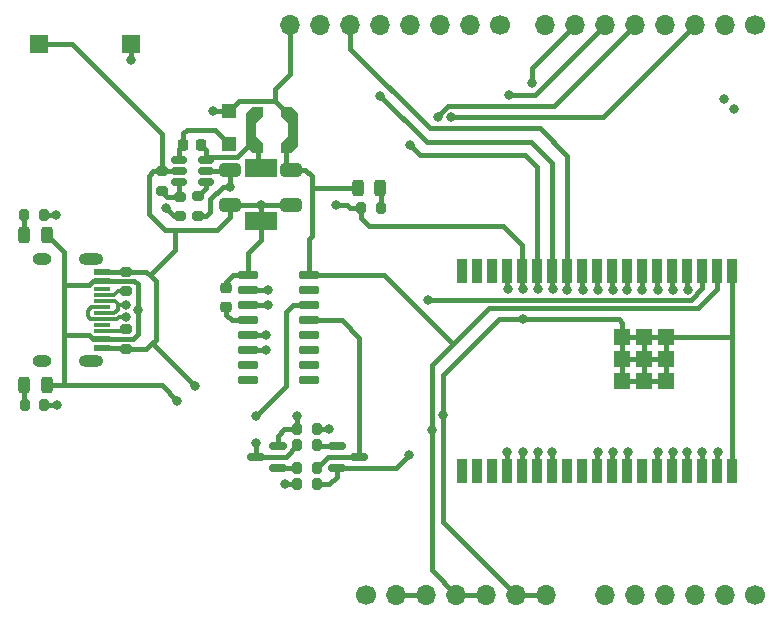
<source format=gbr>
%TF.GenerationSoftware,KiCad,Pcbnew,8.0.5*%
%TF.CreationDate,2024-12-12T18:20:32+01:00*%
%TF.ProjectId,Arduino_ESP,41726475-696e-46f5-9f45-53502e6b6963,rev?*%
%TF.SameCoordinates,Original*%
%TF.FileFunction,Copper,L1,Top*%
%TF.FilePolarity,Positive*%
%FSLAX46Y46*%
G04 Gerber Fmt 4.6, Leading zero omitted, Abs format (unit mm)*
G04 Created by KiCad (PCBNEW 8.0.5) date 2024-12-12 18:20:32*
%MOMM*%
%LPD*%
G01*
G04 APERTURE LIST*
G04 Aperture macros list*
%AMRoundRect*
0 Rectangle with rounded corners*
0 $1 Rounding radius*
0 $2 $3 $4 $5 $6 $7 $8 $9 X,Y pos of 4 corners*
0 Add a 4 corners polygon primitive as box body*
4,1,4,$2,$3,$4,$5,$6,$7,$8,$9,$2,$3,0*
0 Add four circle primitives for the rounded corners*
1,1,$1+$1,$2,$3*
1,1,$1+$1,$4,$5*
1,1,$1+$1,$6,$7*
1,1,$1+$1,$8,$9*
0 Add four rect primitives between the rounded corners*
20,1,$1+$1,$2,$3,$4,$5,0*
20,1,$1+$1,$4,$5,$6,$7,0*
20,1,$1+$1,$6,$7,$8,$9,0*
20,1,$1+$1,$8,$9,$2,$3,0*%
%AMFreePoly0*
4,1,11,1.015000,1.170000,0.435000,0.575000,0.435000,-0.575000,1.015000,-1.170000,1.015000,-1.945000,0.125000,-1.945000,-0.435000,-1.395000,-0.435000,1.395000,0.125000,1.945000,1.015000,1.945000,1.015000,1.170000,1.015000,1.170000,$1*%
%AMFreePoly1*
4,1,11,0.435000,1.395000,0.435000,-1.395000,-0.125000,-1.945000,-1.015000,-1.945000,-1.015000,-1.170000,-0.435000,-0.575000,-0.435000,0.575000,-1.015000,1.170000,-1.015000,1.945000,-0.125000,1.945000,0.435000,1.395000,0.435000,1.395000,$1*%
G04 Aperture macros list end*
%TA.AperFunction,SMDPad,CuDef*%
%ADD10RoundRect,0.250000X-0.650000X0.325000X-0.650000X-0.325000X0.650000X-0.325000X0.650000X0.325000X0*%
%TD*%
%TA.AperFunction,SMDPad,CuDef*%
%ADD11RoundRect,0.150000X0.587500X0.150000X-0.587500X0.150000X-0.587500X-0.150000X0.587500X-0.150000X0*%
%TD*%
%TA.AperFunction,SMDPad,CuDef*%
%ADD12R,1.500000X1.500000*%
%TD*%
%TA.AperFunction,SMDPad,CuDef*%
%ADD13RoundRect,0.200000X-0.200000X-0.275000X0.200000X-0.275000X0.200000X0.275000X-0.200000X0.275000X0*%
%TD*%
%TA.AperFunction,ComponentPad*%
%ADD14C,1.700000*%
%TD*%
%TA.AperFunction,ComponentPad*%
%ADD15O,1.700000X1.700000*%
%TD*%
%TA.AperFunction,SMDPad,CuDef*%
%ADD16RoundRect,0.150000X-0.725000X-0.150000X0.725000X-0.150000X0.725000X0.150000X-0.725000X0.150000X0*%
%TD*%
%TA.AperFunction,SMDPad,CuDef*%
%ADD17RoundRect,0.200000X0.200000X0.275000X-0.200000X0.275000X-0.200000X-0.275000X0.200000X-0.275000X0*%
%TD*%
%TA.AperFunction,SMDPad,CuDef*%
%ADD18FreePoly0,0.000000*%
%TD*%
%TA.AperFunction,SMDPad,CuDef*%
%ADD19FreePoly1,0.000000*%
%TD*%
%TA.AperFunction,SMDPad,CuDef*%
%ADD20RoundRect,0.243750X0.243750X0.456250X-0.243750X0.456250X-0.243750X-0.456250X0.243750X-0.456250X0*%
%TD*%
%TA.AperFunction,SMDPad,CuDef*%
%ADD21RoundRect,0.243750X-0.243750X-0.456250X0.243750X-0.456250X0.243750X0.456250X-0.243750X0.456250X0*%
%TD*%
%TA.AperFunction,SMDPad,CuDef*%
%ADD22RoundRect,0.225000X0.250000X-0.225000X0.250000X0.225000X-0.250000X0.225000X-0.250000X-0.225000X0*%
%TD*%
%TA.AperFunction,SMDPad,CuDef*%
%ADD23RoundRect,0.150000X-0.587500X-0.150000X0.587500X-0.150000X0.587500X0.150000X-0.587500X0.150000X0*%
%TD*%
%TA.AperFunction,SMDPad,CuDef*%
%ADD24R,0.900000X2.000000*%
%TD*%
%TA.AperFunction,SMDPad,CuDef*%
%ADD25R,1.330000X1.330000*%
%TD*%
%TA.AperFunction,SMDPad,CuDef*%
%ADD26RoundRect,0.200000X0.275000X-0.200000X0.275000X0.200000X-0.275000X0.200000X-0.275000X-0.200000X0*%
%TD*%
%TA.AperFunction,SMDPad,CuDef*%
%ADD27R,1.450000X0.600000*%
%TD*%
%TA.AperFunction,SMDPad,CuDef*%
%ADD28R,1.450000X0.300000*%
%TD*%
%TA.AperFunction,ComponentPad*%
%ADD29O,2.100000X1.000000*%
%TD*%
%TA.AperFunction,ComponentPad*%
%ADD30O,1.600000X1.000000*%
%TD*%
%TA.AperFunction,SMDPad,CuDef*%
%ADD31RoundRect,0.200000X-0.275000X0.200000X-0.275000X-0.200000X0.275000X-0.200000X0.275000X0.200000X0*%
%TD*%
%TA.AperFunction,SMDPad,CuDef*%
%ADD32R,2.700000X1.500000*%
%TD*%
%TA.AperFunction,SMDPad,CuDef*%
%ADD33RoundRect,0.225000X-0.225000X-0.250000X0.225000X-0.250000X0.225000X0.250000X-0.225000X0.250000X0*%
%TD*%
%TA.AperFunction,SMDPad,CuDef*%
%ADD34RoundRect,0.150000X-0.512500X-0.150000X0.512500X-0.150000X0.512500X0.150000X-0.512500X0.150000X0*%
%TD*%
%TA.AperFunction,SMDPad,CuDef*%
%ADD35R,1.200000X1.200000*%
%TD*%
%TA.AperFunction,ViaPad*%
%ADD36C,0.800000*%
%TD*%
%TA.AperFunction,Conductor*%
%ADD37C,0.400000*%
%TD*%
%TA.AperFunction,Conductor*%
%ADD38C,0.300000*%
%TD*%
G04 APERTURE END LIST*
D10*
%TO.P,C2,1*%
%TO.N,+5V*%
X136601200Y-75131400D03*
%TO.P,C2,2*%
%TO.N,GND*%
X136601200Y-78081400D03*
%TD*%
D11*
%TO.P,IC2,1*%
%TO.N,Net-(IC2-Pad1)*%
X140652000Y-100340200D03*
%TO.P,IC2,2*%
%TO.N,RESET*%
X140652000Y-98440200D03*
%TO.P,IC2,3*%
%TO.N,RTS*%
X138777000Y-99390200D03*
%TD*%
D12*
%TO.P,SW1,1,1*%
%TO.N,RESET*%
X128207600Y-64414400D03*
%TO.P,SW1,2,2*%
%TO.N,GND*%
X120407600Y-64414400D03*
%TD*%
D13*
%TO.P,R10,1*%
%TO.N,Net-(D1-K)*%
X119215400Y-94996000D03*
%TO.P,R10,2*%
%TO.N,TX*%
X120865400Y-94996000D03*
%TD*%
D14*
%TO.P,J1,1,Pin_1*%
%TO.N,RX*%
X181100000Y-62800000D03*
D15*
%TO.P,J1,2,Pin_2*%
%TO.N,TX*%
X178560000Y-62800000D03*
%TO.P,J1,3,Pin_3*%
%TO.N,IO4*%
X176020000Y-62800000D03*
%TO.P,J1,4,Pin_4*%
%TO.N,IO13*%
X173480000Y-62800000D03*
%TO.P,J1,5,Pin_5*%
%TO.N,IO15*%
X170940000Y-62800000D03*
%TO.P,J1,6,Pin_6*%
%TO.N,IO18*%
X168400000Y-62800000D03*
%TO.P,J1,7,Pin_7*%
%TO.N,IO19*%
X165860000Y-62800000D03*
%TO.P,J1,8,Pin_8*%
%TO.N,IO21*%
X163320000Y-62800000D03*
%TD*%
D16*
%TO.P,U1,1,GND*%
%TO.N,GND*%
X138106000Y-84023200D03*
%TO.P,U1,2,TXD*%
%TO.N,TX*%
X138106000Y-85293200D03*
%TO.P,U1,3,RXD*%
%TO.N,RX*%
X138106000Y-86563200D03*
%TO.P,U1,4,V3*%
%TO.N,Net-(U1-V3)*%
X138106000Y-87833200D03*
%TO.P,U1,5,UD+*%
%TO.N,D+*%
X138106000Y-89103200D03*
%TO.P,U1,6,UD-*%
%TO.N,D-*%
X138106000Y-90373200D03*
%TO.P,U1,7,NC*%
%TO.N,unconnected-(U1-NC-Pad7)*%
X138106000Y-91643200D03*
%TO.P,U1,8,NC*%
%TO.N,unconnected-(U1-NC-Pad8)*%
X138106000Y-92913200D03*
%TO.P,U1,9,CTS#*%
%TO.N,unconnected-(U1-CTS#-Pad9)*%
X143256000Y-92913200D03*
%TO.P,U1,10,DSR#*%
%TO.N,unconnected-(U1-DSR#-Pad10)*%
X143256000Y-91643200D03*
%TO.P,U1,11,RI#*%
%TO.N,unconnected-(U1-RI#-Pad11)*%
X143256000Y-90373200D03*
%TO.P,U1,12,DCD#*%
%TO.N,unconnected-(U1-DCD#-Pad12)*%
X143256000Y-89103200D03*
%TO.P,U1,13,DTR#*%
%TO.N,DTR*%
X143256000Y-87833200D03*
%TO.P,U1,14,RTS#*%
%TO.N,RTS*%
X143256000Y-86563200D03*
%TO.P,U1,15,R232*%
%TO.N,unconnected-(U1-R232-Pad15)*%
X143256000Y-85293200D03*
%TO.P,U1,16,VCC*%
%TO.N,+3.3V*%
X143256000Y-84023200D03*
%TD*%
D17*
%TO.P,R5,1*%
%TO.N,DTR*%
X143966200Y-100355400D03*
%TO.P,R5,2*%
%TO.N,Net-(IC2-Pad1)*%
X142316200Y-100355400D03*
%TD*%
D14*
%TO.P,J2,1,Pin_1*%
%TO.N,IO22*%
X159500000Y-62800000D03*
D15*
%TO.P,J2,2,Pin_2*%
%TO.N,IO23*%
X156960000Y-62800000D03*
%TO.P,J2,3,Pin_3*%
%TO.N,IO5*%
X154420000Y-62800000D03*
%TO.P,J2,4,Pin_4*%
%TO.N,IO12*%
X151880000Y-62800000D03*
%TO.P,J2,5,Pin_5*%
%TO.N,IO14*%
X149340000Y-62800000D03*
%TO.P,J2,6,Pin_6*%
%TO.N,IO27*%
X146800000Y-62800000D03*
%TO.P,J2,7,Pin_7*%
%TO.N,GND*%
X144260000Y-62800000D03*
%TO.P,J2,8,Pin_8*%
%TO.N,+3.3V*%
X141720000Y-62800000D03*
%TD*%
D18*
%TO.P,L1,1,1*%
%TO.N,Net-(D3-K)*%
X138392200Y-71729600D03*
D19*
%TO.P,L1,2,2*%
%TO.N,+3.3V*%
X141922200Y-71729600D03*
%TD*%
D20*
%TO.P,D5,1,K*%
%TO.N,Net-(D5-K)*%
X149324300Y-76606400D03*
%TO.P,D5,2,A*%
%TO.N,+3.3V*%
X147449300Y-76606400D03*
%TD*%
D21*
%TO.P,D2,1,K*%
%TO.N,Net-(D2-K)*%
X119204500Y-80568800D03*
%TO.P,D2,2,A*%
%TO.N,+5V*%
X121079500Y-80568800D03*
%TD*%
D14*
%TO.P,J4,1,Pin_1*%
%TO.N,RESET*%
X148160000Y-111100000D03*
D15*
%TO.P,J4,2,Pin_2*%
%TO.N,Net-(J4-Pin_2)*%
X150700000Y-111100000D03*
%TO.P,J4,3,Pin_3*%
X153240000Y-111100000D03*
%TO.P,J4,4,Pin_4*%
%TO.N,+3.3V*%
X155780000Y-111100000D03*
%TO.P,J4,5,Pin_5*%
X158320000Y-111100000D03*
%TO.P,J4,6,Pin_6*%
%TO.N,GND*%
X160860000Y-111100000D03*
%TO.P,J4,7,Pin_7*%
X163400000Y-111100000D03*
%TD*%
D22*
%TO.P,C1,1*%
%TO.N,Net-(U1-V3)*%
X136312200Y-86669000D03*
%TO.P,C1,2*%
%TO.N,GND*%
X136312200Y-85119000D03*
%TD*%
D23*
%TO.P,IC3,1*%
%TO.N,Net-(IC3-Pad1)*%
X145658100Y-98455400D03*
%TO.P,IC3,2*%
%TO.N,IO0*%
X145658100Y-100355400D03*
%TO.P,IC3,3*%
%TO.N,DTR*%
X147533100Y-99405400D03*
%TD*%
D24*
%TO.P,IC1,1,GND_1*%
%TO.N,GND*%
X179147000Y-83616000D03*
%TO.P,IC1,2,VDD33*%
%TO.N,+3.3V*%
X177877000Y-83616000D03*
%TO.P,IC1,3,EN*%
%TO.N,RESET*%
X176607000Y-83616000D03*
%TO.P,IC1,4,SENSOR_VP*%
%TO.N,IO36*%
X175337000Y-83616000D03*
%TO.P,IC1,5,SENSOR_VN*%
%TO.N,IO39*%
X174067000Y-83616000D03*
%TO.P,IC1,6,IO34*%
%TO.N,IO34*%
X172797000Y-83616000D03*
%TO.P,IC1,7,IO35*%
%TO.N,IO35*%
X171527000Y-83616000D03*
%TO.P,IC1,8,IO32*%
%TO.N,IO32*%
X170257000Y-83616000D03*
%TO.P,IC1,9,IO33*%
%TO.N,IO33*%
X168987000Y-83616000D03*
%TO.P,IC1,10,IO25*%
%TO.N,IO25*%
X167717000Y-83616000D03*
%TO.P,IC1,11,IO26*%
%TO.N,IO26*%
X166447000Y-83616000D03*
%TO.P,IC1,12,IO27*%
%TO.N,IO27*%
X165177000Y-83616000D03*
%TO.P,IC1,13,IO14*%
%TO.N,IO14*%
X163907000Y-83616000D03*
%TO.P,IC1,14,IO12*%
%TO.N,IO12*%
X162637000Y-83616000D03*
%TO.P,IC1,15,GND_2*%
%TO.N,GND*%
X161367000Y-83616000D03*
%TO.P,IC1,16,IO13*%
%TO.N,IO13*%
X160097000Y-83616000D03*
%TO.P,IC1,17,SD2*%
%TO.N,unconnected-(IC1-SD2-Pad17)*%
X158827000Y-83616000D03*
%TO.P,IC1,18,SD3*%
%TO.N,unconnected-(IC1-SD3-Pad18)*%
X157557000Y-83616000D03*
%TO.P,IC1,19,CMD*%
%TO.N,unconnected-(IC1-CMD-Pad19)*%
X156287000Y-83616000D03*
%TO.P,IC1,20,CLK*%
%TO.N,unconnected-(IC1-CLK-Pad20)*%
X156287000Y-100616000D03*
%TO.P,IC1,21,SD0*%
%TO.N,unconnected-(IC1-SD0-Pad21)*%
X157557000Y-100616000D03*
%TO.P,IC1,22,SD1*%
%TO.N,unconnected-(IC1-SD1-Pad22)*%
X158827000Y-100616000D03*
%TO.P,IC1,23,IO15*%
%TO.N,IO15*%
X160097000Y-100616000D03*
%TO.P,IC1,24,IO2*%
%TO.N,IO2*%
X161367000Y-100616000D03*
%TO.P,IC1,25,IO0*%
%TO.N,IO0*%
X162637000Y-100616000D03*
%TO.P,IC1,26,IO4*%
%TO.N,IO4*%
X163907000Y-100616000D03*
%TO.P,IC1,27,NC_1*%
%TO.N,unconnected-(IC1-NC_1-Pad27)*%
X165177000Y-100616000D03*
%TO.P,IC1,28,NC_2*%
%TO.N,unconnected-(IC1-NC_2-Pad28)*%
X166447000Y-100616000D03*
%TO.P,IC1,29,IO5*%
%TO.N,IO5*%
X167717000Y-100616000D03*
%TO.P,IC1,30,IO18*%
%TO.N,IO18*%
X168987000Y-100616000D03*
%TO.P,IC1,31,IO19*%
%TO.N,IO19*%
X170257000Y-100616000D03*
%TO.P,IC1,32,NC_3*%
%TO.N,unconnected-(IC1-NC_3-Pad32)*%
X171527000Y-100616000D03*
%TO.P,IC1,33,IO21*%
%TO.N,IO21*%
X172797000Y-100616000D03*
%TO.P,IC1,34,RXD0*%
%TO.N,TX*%
X174067000Y-100616000D03*
%TO.P,IC1,35,TXD0*%
%TO.N,RX*%
X175337000Y-100616000D03*
%TO.P,IC1,36,IO22*%
%TO.N,IO22*%
X176607000Y-100616000D03*
%TO.P,IC1,37,IO23*%
%TO.N,IO23*%
X177877000Y-100616000D03*
%TO.P,IC1,38,GND_3*%
%TO.N,GND*%
X179147000Y-100616000D03*
D25*
%TO.P,IC1,39,GND_4*%
X173482000Y-89281000D03*
%TO.P,IC1,40,GND_5*%
X171647000Y-89281000D03*
%TO.P,IC1,41,GND_6*%
X169812000Y-89281000D03*
%TO.P,IC1,42,GND_7*%
X169812000Y-91116000D03*
%TO.P,IC1,43,GND_8*%
X169812000Y-92951000D03*
%TO.P,IC1,44,GND_9*%
X171647000Y-92951000D03*
%TO.P,IC1,45,GND_10*%
X173482000Y-92951000D03*
%TO.P,IC1,46,GND_11*%
X173482000Y-91116000D03*
%TO.P,IC1,47,GND_12*%
X171647000Y-91116000D03*
%TD*%
D26*
%TO.P,R14,1*%
%TO.N,Net-(J6-CC1)*%
X127762000Y-85356200D03*
%TO.P,R14,2*%
%TO.N,GND*%
X127762000Y-83706200D03*
%TD*%
D27*
%TO.P,J6,A1,GND*%
%TO.N,GND*%
X125780800Y-83700000D03*
%TO.P,J6,A4,VBUS*%
%TO.N,+5V*%
X125780800Y-84500000D03*
D28*
%TO.P,J6,A5,CC1*%
%TO.N,Net-(J6-CC1)*%
X125780800Y-85700000D03*
%TO.P,J6,A6,D+*%
%TO.N,D+*%
X125780800Y-86700000D03*
%TO.P,J6,A7,D-*%
%TO.N,D-*%
X125780800Y-87200000D03*
%TO.P,J6,A8,SBU1*%
%TO.N,unconnected-(J6-SBU1-PadA8)*%
X125780800Y-88200000D03*
D27*
%TO.P,J6,A9,VBUS*%
%TO.N,+5V*%
X125780800Y-89400000D03*
%TO.P,J6,A12,GND*%
%TO.N,GND*%
X125780800Y-90200000D03*
%TO.P,J6,B1,GND*%
X125780800Y-90200000D03*
%TO.P,J6,B4,VBUS*%
%TO.N,+5V*%
X125780800Y-89400000D03*
D28*
%TO.P,J6,B5,CC2*%
%TO.N,Net-(J6-CC2)*%
X125780800Y-88700000D03*
%TO.P,J6,B6,D+*%
%TO.N,D+*%
X125780800Y-87700000D03*
%TO.P,J6,B7,D-*%
%TO.N,D-*%
X125780800Y-86200000D03*
%TO.P,J6,B8,SBU2*%
%TO.N,unconnected-(J6-SBU2-PadB8)*%
X125780800Y-85200000D03*
D27*
%TO.P,J6,B9,VBUS*%
%TO.N,+5V*%
X125780800Y-84500000D03*
%TO.P,J6,B12,GND*%
%TO.N,GND*%
X125780800Y-83700000D03*
D29*
%TO.P,J6,S1,SHIELD*%
%TO.N,unconnected-(J6-SHIELD-PadS1)_2*%
X124865800Y-82630000D03*
D30*
%TO.N,unconnected-(J6-SHIELD-PadS1)_1*%
X120685800Y-82630000D03*
D29*
%TO.N,unconnected-(J6-SHIELD-PadS1)*%
X124865800Y-91270000D03*
D30*
%TO.N,unconnected-(J6-SHIELD-PadS1)_3*%
X120685800Y-91270000D03*
%TD*%
D26*
%TO.P,R9,1*%
%TO.N,+5V*%
X133908800Y-78955400D03*
%TO.P,R9,2*%
%TO.N,Net-(U2-EN)*%
X133908800Y-77305400D03*
%TD*%
D17*
%TO.P,R23,1*%
%TO.N,Net-(D5-K)*%
X149364200Y-78333600D03*
%TO.P,R23,2*%
%TO.N,GND*%
X147714200Y-78333600D03*
%TD*%
D13*
%TO.P,R6,1*%
%TO.N,RTS*%
X142316200Y-98425000D03*
%TO.P,R6,2*%
%TO.N,Net-(IC3-Pad1)*%
X143966200Y-98425000D03*
%TD*%
%TO.P,R7,1*%
%TO.N,RESET*%
X142316200Y-97053400D03*
%TO.P,R7,2*%
%TO.N,+3.3V*%
X143966200Y-97053400D03*
%TD*%
D31*
%TO.P,R15,1*%
%TO.N,Net-(J6-CC2)*%
X127762000Y-88583000D03*
%TO.P,R15,2*%
%TO.N,GND*%
X127762000Y-90233000D03*
%TD*%
D10*
%TO.P,C4,1*%
%TO.N,+3.3V*%
X141782800Y-75082400D03*
%TO.P,C4,2*%
%TO.N,GND*%
X141782800Y-78032400D03*
%TD*%
D26*
%TO.P,R12,1*%
%TO.N,+3.3V*%
X132334000Y-79006200D03*
%TO.P,R12,2*%
%TO.N,Net-(U2-FB)*%
X132334000Y-77356200D03*
%TD*%
D32*
%TO.P,D3,1,A*%
%TO.N,GND*%
X139192000Y-79453000D03*
%TO.P,D3,2,K*%
%TO.N,Net-(D3-K)*%
X139192000Y-74931800D03*
%TD*%
D13*
%TO.P,R11,1*%
%TO.N,Net-(D2-K)*%
X119203200Y-78892400D03*
%TO.P,R11,2*%
%TO.N,RX*%
X120853200Y-78892400D03*
%TD*%
%TO.P,R8,1*%
%TO.N,+3.3V*%
X142316200Y-101727000D03*
%TO.P,R8,2*%
%TO.N,IO0*%
X143966200Y-101727000D03*
%TD*%
D33*
%TO.P,C3,1*%
%TO.N,Net-(D4-K)*%
X132638800Y-72999600D03*
%TO.P,C3,2*%
%TO.N,Net-(D3-K)*%
X134188800Y-72999600D03*
%TD*%
D14*
%TO.P,J3,1,Pin_1*%
%TO.N,IO36*%
X181100000Y-111100000D03*
D15*
%TO.P,J3,2,Pin_2*%
%TO.N,IO39*%
X178560000Y-111100000D03*
%TO.P,J3,3,Pin_3*%
%TO.N,IO34*%
X176020000Y-111100000D03*
%TO.P,J3,4,Pin_4*%
%TO.N,IO35*%
X173480000Y-111100000D03*
%TO.P,J3,5,Pin_5*%
%TO.N,IO32*%
X170940000Y-111100000D03*
%TO.P,J3,6,Pin_6*%
%TO.N,IO33*%
X168400000Y-111100000D03*
%TD*%
D34*
%TO.P,U2,1,BS*%
%TO.N,Net-(D4-K)*%
X132314100Y-74256400D03*
%TO.P,U2,2,GND*%
%TO.N,GND*%
X132314100Y-75206400D03*
%TO.P,U2,3,FB*%
%TO.N,Net-(U2-FB)*%
X132314100Y-76156400D03*
%TO.P,U2,4,EN*%
%TO.N,Net-(U2-EN)*%
X134589100Y-76156400D03*
%TO.P,U2,5,IN*%
%TO.N,+5V*%
X134589100Y-75206400D03*
%TO.P,U2,6,SW*%
%TO.N,Net-(D3-K)*%
X134589100Y-74256400D03*
%TD*%
D26*
%TO.P,R13,1*%
%TO.N,Net-(U2-FB)*%
X130810000Y-76872600D03*
%TO.P,R13,2*%
%TO.N,GND*%
X130810000Y-75222600D03*
%TD*%
D21*
%TO.P,D1,1,K*%
%TO.N,Net-(D1-K)*%
X119204500Y-93319600D03*
%TO.P,D1,2,A*%
%TO.N,+5V*%
X121079500Y-93319600D03*
%TD*%
D35*
%TO.P,D4,1,A*%
%TO.N,+3.3V*%
X136550400Y-70075600D03*
%TO.P,D4,2,K*%
%TO.N,Net-(D4-K)*%
X136550400Y-72875600D03*
%TD*%
D36*
%TO.N,GND*%
X139192000Y-78081400D03*
X133604000Y-93370400D03*
X145542000Y-78079600D03*
X154635200Y-95859600D03*
X161391600Y-85191600D03*
X161391600Y-87731600D03*
%TO.N,+3.3V*%
X131165600Y-78333600D03*
X153670000Y-97078800D03*
X141273800Y-101727000D03*
X135156400Y-70075600D03*
X144982200Y-97053400D03*
%TO.N,+5V*%
X136601200Y-76504800D03*
X128778000Y-86969600D03*
X132130800Y-94640400D03*
%TO.N,RESET*%
X142316200Y-95910400D03*
X153365200Y-86106000D03*
X128219200Y-65786000D03*
%TO.N,IO39*%
X174091600Y-85242400D03*
%TO.N,IO36*%
X175361600Y-85242400D03*
%TO.N,IO34*%
X172821600Y-85242400D03*
%TO.N,IO35*%
X171500800Y-85242400D03*
%TO.N,IO32*%
X170230800Y-85242400D03*
%TO.N,IO33*%
X169011600Y-85242400D03*
%TO.N,IO25*%
X167741600Y-85293200D03*
%TO.N,IO26*%
X166471600Y-85293200D03*
%TO.N,IO27*%
X165177000Y-85242400D03*
%TO.N,IO14*%
X163931600Y-85191600D03*
X149340000Y-68834000D03*
%TO.N,IO12*%
X162661600Y-85191600D03*
X151880000Y-72999600D03*
%TO.N,IO13*%
X160121600Y-85191600D03*
%TO.N,IO15*%
X154228800Y-70612000D03*
X160070800Y-98958400D03*
%TO.N,IO2*%
X161391600Y-99009200D03*
%TO.N,IO0*%
X162661600Y-98958400D03*
X151790400Y-99263200D03*
%TO.N,IO4*%
X163880800Y-98958400D03*
X155295600Y-70612000D03*
%TO.N,IO5*%
X167741600Y-98958400D03*
%TO.N,IO18*%
X160223200Y-68732400D03*
X169011600Y-98958400D03*
%TO.N,IO19*%
X170281600Y-98958400D03*
X162204400Y-67716400D03*
%TO.N,IO21*%
X172821600Y-98958400D03*
%TO.N,TX*%
X139852400Y-85293200D03*
X174091600Y-98958400D03*
X121970800Y-94996000D03*
%TO.N,RX*%
X121869200Y-78943200D03*
X139852400Y-86563200D03*
X175310800Y-98958400D03*
%TO.N,IO22*%
X178409600Y-69088000D03*
X176580800Y-98958400D03*
%TO.N,IO23*%
X179273200Y-69951600D03*
X177901600Y-98958400D03*
%TO.N,RTS*%
X138785600Y-98247200D03*
X138785600Y-95961200D03*
%TO.N,D+*%
X127762000Y-87512403D03*
X139649200Y-89103200D03*
%TO.N,D-*%
X127762000Y-86512400D03*
X139649200Y-90373200D03*
%TD*%
D37*
%TO.N,Net-(U1-V3)*%
X136804400Y-87833200D02*
X136312200Y-87341000D01*
X136312200Y-87341000D02*
X136312200Y-86669000D01*
X138106000Y-87833200D02*
X136804400Y-87833200D01*
%TO.N,GND*%
X138106000Y-82112000D02*
X138106000Y-84023200D01*
X127762000Y-90233000D02*
X127729000Y-90200000D01*
X169519600Y-87731600D02*
X161391600Y-87731600D01*
X147714200Y-79185000D02*
X147714200Y-78333600D01*
X161367000Y-83616000D02*
X161367000Y-85167000D01*
X139192000Y-81026000D02*
X138106000Y-82112000D01*
X169812000Y-89281000D02*
X173482000Y-89281000D01*
X139192000Y-78081400D02*
X141733800Y-78081400D01*
X129743200Y-78841600D02*
X131064000Y-80162400D01*
X131978400Y-81838800D02*
X131978400Y-80162400D01*
X130302000Y-89458800D02*
X129946400Y-89814400D01*
X127729000Y-90200000D02*
X125780800Y-90200000D01*
X130048000Y-89814400D02*
X129946400Y-89814400D01*
X173482000Y-89281000D02*
X173482000Y-92951000D01*
X146507200Y-78079600D02*
X145542000Y-78079600D01*
X169812000Y-92951000D02*
X173482000Y-92951000D01*
X127762000Y-83706200D02*
X129527800Y-83706200D01*
X130810000Y-75222600D02*
X130111000Y-75222600D01*
X129819400Y-83997800D02*
X130302000Y-84480400D01*
X161367000Y-85167000D02*
X161391600Y-85191600D01*
X129527800Y-83706200D02*
X129819400Y-83997800D01*
X179147000Y-89281000D02*
X173482000Y-89281000D01*
X120407600Y-64414400D02*
X123190000Y-64414400D01*
X179147000Y-100616000D02*
X179147000Y-83616000D01*
X148336000Y-79806800D02*
X147714200Y-79185000D01*
X169812000Y-89281000D02*
X169812000Y-88024000D01*
X129527800Y-90233000D02*
X127762000Y-90233000D01*
X154635200Y-92456000D02*
X154635200Y-104875200D01*
X131978400Y-80162400D02*
X135483600Y-80162400D01*
X160860000Y-111100000D02*
X163400000Y-111100000D01*
X136601200Y-79044800D02*
X136601200Y-78081400D01*
X161391600Y-87731600D02*
X159359600Y-87731600D01*
X171647000Y-89281000D02*
X171647000Y-92951000D01*
X159359600Y-87731600D02*
X154635200Y-92456000D01*
X139192000Y-79453000D02*
X139192000Y-78081400D01*
X136312200Y-84566200D02*
X136855200Y-84023200D01*
X133604000Y-93370400D02*
X130048000Y-89814400D01*
X129946400Y-89814400D02*
X129527800Y-90233000D01*
X154635200Y-104875200D02*
X160860000Y-111100000D01*
X136855200Y-84023200D02*
X138106000Y-84023200D01*
X123190000Y-64414400D02*
X130810000Y-72034400D01*
X131064000Y-80162400D02*
X131978400Y-80162400D01*
X135483600Y-80162400D02*
X136601200Y-79044800D01*
X161367000Y-81458600D02*
X159715200Y-79806800D01*
X147714200Y-78333600D02*
X146761200Y-78333600D01*
X179147000Y-83616000D02*
X179147000Y-89281000D01*
X129819400Y-83997800D02*
X131978400Y-81838800D01*
X169812000Y-89281000D02*
X169812000Y-92951000D01*
X169812000Y-88024000D02*
X169519600Y-87731600D01*
X161367000Y-83616000D02*
X161367000Y-81458600D01*
X141733800Y-78081400D02*
X141782800Y-78032400D01*
X125780800Y-83700000D02*
X127755800Y-83700000D01*
X136312200Y-85119000D02*
X136312200Y-84566200D01*
X129743200Y-75590400D02*
X129743200Y-78841600D01*
X146761200Y-78333600D02*
X146507200Y-78079600D01*
X130111000Y-75222600D02*
X129743200Y-75590400D01*
X132314100Y-75206400D02*
X130826200Y-75206400D01*
X130810000Y-72034400D02*
X130810000Y-75222600D01*
X130302000Y-84480400D02*
X130302000Y-89458800D01*
X130826200Y-75206400D02*
X130810000Y-75222600D01*
X159715200Y-79806800D02*
X148336000Y-79806800D01*
X136601200Y-78081400D02*
X139192000Y-78081400D01*
X139192000Y-79453000D02*
X139192000Y-81026000D01*
X169812000Y-91116000D02*
X173482000Y-91116000D01*
%TO.N,Net-(D4-K)*%
X132314100Y-74256400D02*
X132314100Y-73324300D01*
X132638800Y-71983600D02*
X132638800Y-72999600D01*
X135353600Y-71678800D02*
X132943600Y-71678800D01*
X132943600Y-71678800D02*
X132638800Y-71983600D01*
X136550400Y-72875600D02*
X135353600Y-71678800D01*
X136550400Y-73028000D02*
X136550400Y-72875600D01*
X132314100Y-73324300D02*
X132638800Y-72999600D01*
%TO.N,Net-(D3-K)*%
X137210800Y-74015600D02*
X138392200Y-72834200D01*
X138988800Y-74728600D02*
X139192000Y-74931800D01*
X134589100Y-74256400D02*
X134589100Y-73399900D01*
X138392200Y-72834200D02*
X138392200Y-71729600D01*
X138392200Y-71729600D02*
X138392200Y-72758600D01*
X134829900Y-74015600D02*
X137210800Y-74015600D01*
X138392200Y-72758600D02*
X138988800Y-73355200D01*
X134589100Y-74256400D02*
X134829900Y-74015600D01*
X134589100Y-73399900D02*
X134188800Y-72999600D01*
X138988800Y-73355200D02*
X138988800Y-74728600D01*
%TO.N,+3.3V*%
X153670000Y-108990000D02*
X155780000Y-111100000D01*
X153670000Y-91643200D02*
X155295600Y-90017600D01*
X141922200Y-70751400D02*
X140411200Y-69240400D01*
X143256000Y-84023200D02*
X149606000Y-84023200D01*
X137385600Y-69240400D02*
X140411200Y-69240400D01*
X147449300Y-76606400D02*
X143510000Y-76606400D01*
X143966200Y-97053400D02*
X144982200Y-97053400D01*
X142316200Y-101727000D02*
X141273800Y-101727000D01*
X132334000Y-79006200D02*
X131838200Y-79006200D01*
X143256000Y-80924400D02*
X143256000Y-84023200D01*
X135156400Y-70075600D02*
X136550400Y-70075600D01*
X158496000Y-86817200D02*
X176225200Y-86817200D01*
X176225200Y-86817200D02*
X177877000Y-85165400D01*
X141720000Y-62800000D02*
X141720000Y-66966400D01*
X143510000Y-75641200D02*
X143510000Y-76606400D01*
X141720000Y-66966400D02*
X140411200Y-68275200D01*
X143510000Y-76606400D02*
X143510000Y-80670400D01*
X141922200Y-71729600D02*
X141922200Y-70751400D01*
X177877000Y-85165400D02*
X177877000Y-83616000D01*
X131838200Y-79006200D02*
X131165600Y-78333600D01*
X141376400Y-73304400D02*
X141376400Y-74676000D01*
X142951200Y-75082400D02*
X143510000Y-75641200D01*
X141376400Y-74676000D02*
X141782800Y-75082400D01*
X141782800Y-75082400D02*
X142951200Y-75082400D01*
X153670000Y-97078800D02*
X153670000Y-91643200D01*
X149606000Y-84023200D02*
X155448000Y-89865200D01*
X136550400Y-70075600D02*
X137385600Y-69240400D01*
X140411200Y-68275200D02*
X140411200Y-69240400D01*
X155295600Y-90017600D02*
X158496000Y-86817200D01*
X143510000Y-80670400D02*
X143256000Y-80924400D01*
X153670000Y-97078800D02*
X153670000Y-108990000D01*
X141922200Y-72758600D02*
X141376400Y-73304400D01*
X158320000Y-111100000D02*
X155780000Y-111100000D01*
X141922200Y-71729600D02*
X141922200Y-72758600D01*
%TO.N,Net-(D1-K)*%
X119204500Y-94985100D02*
X119215400Y-94996000D01*
X119204500Y-93319600D02*
X119204500Y-94985100D01*
%TO.N,Net-(D2-K)*%
X119204500Y-78893700D02*
X119203200Y-78892400D01*
X119204500Y-80568800D02*
X119204500Y-78893700D01*
%TO.N,+5V*%
X124991816Y-89400000D02*
X124644216Y-89052400D01*
X122529600Y-84836000D02*
X122529600Y-82018900D01*
X125780800Y-89400000D02*
X124991816Y-89400000D01*
X121079500Y-93319600D02*
X130810000Y-93319600D01*
X130810000Y-93319600D02*
X132130800Y-94640400D01*
X124702400Y-84836000D02*
X122529600Y-84836000D01*
X134589100Y-75206400D02*
X136526200Y-75206400D01*
X125787000Y-84506200D02*
X128499000Y-84506200D01*
X134607800Y-78955400D02*
X134924800Y-78638400D01*
X128499000Y-84506200D02*
X128778000Y-84785200D01*
X128778000Y-84785200D02*
X128778000Y-89001600D01*
X122529600Y-93319600D02*
X122529600Y-89052400D01*
X135991600Y-76504800D02*
X136601200Y-76504800D01*
X134924800Y-77571600D02*
X135991600Y-76504800D01*
X122529600Y-89052400D02*
X122529600Y-84836000D01*
X128379600Y-89400000D02*
X125780800Y-89400000D01*
X133908800Y-78955400D02*
X134607800Y-78955400D01*
X136601200Y-75131400D02*
X136601200Y-76504800D01*
X136526200Y-75206400D02*
X136601200Y-75131400D01*
X121079500Y-93319600D02*
X122529600Y-93319600D01*
X125038400Y-84500000D02*
X124702400Y-84836000D01*
X125780800Y-84500000D02*
X125038400Y-84500000D01*
X128778000Y-89001600D02*
X128379600Y-89400000D01*
X122529600Y-82018900D02*
X121079500Y-80568800D01*
X125780800Y-84500000D02*
X125787000Y-84506200D01*
X134924800Y-78638400D02*
X134924800Y-77571600D01*
X124644216Y-89052400D02*
X122529600Y-89052400D01*
%TO.N,RESET*%
X176607000Y-83616000D02*
X176607000Y-85128371D01*
X176607000Y-85128371D02*
X175629371Y-86106000D01*
X140652000Y-97600000D02*
X140652000Y-98440200D01*
X142316200Y-97053400D02*
X142316200Y-95910400D01*
X175629371Y-86106000D02*
X157581600Y-86106000D01*
X142316200Y-95885000D02*
X142290800Y-95859600D01*
X141198600Y-97053400D02*
X140652000Y-97600000D01*
X142316200Y-95910400D02*
X142316200Y-95885000D01*
X128207600Y-65774400D02*
X128219200Y-65786000D01*
X157581600Y-86106000D02*
X153365200Y-86106000D01*
X128207600Y-64414400D02*
X128207600Y-65774400D01*
X142316200Y-97053400D02*
X141198600Y-97053400D01*
%TO.N,IO39*%
X174067000Y-83616000D02*
X174067000Y-85217800D01*
X174067000Y-85217800D02*
X174091600Y-85242400D01*
%TO.N,IO36*%
X175337000Y-85217800D02*
X175361600Y-85242400D01*
X175337000Y-83616000D02*
X175337000Y-85217800D01*
%TO.N,IO34*%
X172797000Y-83616000D02*
X172797000Y-85217800D01*
X172797000Y-85217800D02*
X172821600Y-85242400D01*
%TO.N,IO35*%
X171527000Y-83616000D02*
X171527000Y-85216200D01*
X171527000Y-85216200D02*
X171500800Y-85242400D01*
%TO.N,IO32*%
X170257000Y-83616000D02*
X170257000Y-85216200D01*
X170257000Y-85216200D02*
X170230800Y-85242400D01*
%TO.N,IO33*%
X168987000Y-83616000D02*
X168987000Y-85217800D01*
X168987000Y-85217800D02*
X169011600Y-85242400D01*
%TO.N,IO25*%
X167717000Y-83616000D02*
X167717000Y-85268600D01*
X167717000Y-85268600D02*
X167741600Y-85293200D01*
%TO.N,IO26*%
X166447000Y-83616000D02*
X166447000Y-85268600D01*
X166447000Y-85268600D02*
X166471600Y-85293200D01*
%TO.N,IO27*%
X165177000Y-85167000D02*
X165177000Y-83616000D01*
X153517600Y-71577200D02*
X146800000Y-64859600D01*
X146800000Y-64859600D02*
X146800000Y-62800000D01*
X165177000Y-83616000D02*
X165177000Y-73940200D01*
X165177000Y-73940200D02*
X162814000Y-71577200D01*
X162814000Y-71577200D02*
X153517600Y-71577200D01*
%TO.N,IO14*%
X153251600Y-72745600D02*
X162102800Y-72745600D01*
X149340000Y-68834000D02*
X153251600Y-72745600D01*
X162102800Y-72745600D02*
X163907000Y-74549800D01*
X163907000Y-83616000D02*
X163907000Y-85167000D01*
X163907000Y-74549800D02*
X163907000Y-83616000D01*
X163907000Y-85167000D02*
X163931600Y-85191600D01*
%TO.N,IO12*%
X152692800Y-73812400D02*
X161594800Y-73812400D01*
X151880000Y-72999600D02*
X152692800Y-73812400D01*
X162637000Y-74854600D02*
X162637000Y-83616000D01*
X161594800Y-73812400D02*
X162637000Y-74854600D01*
X162637000Y-85167000D02*
X162661600Y-85191600D01*
X162637000Y-83616000D02*
X162637000Y-85167000D01*
%TO.N,IO13*%
X160097000Y-83616000D02*
X160097000Y-85167000D01*
X160097000Y-85167000D02*
X160121600Y-85191600D01*
%TO.N,Net-(D5-K)*%
X149364200Y-76646300D02*
X149324300Y-76606400D01*
X149364200Y-78333600D02*
X149364200Y-76646300D01*
%TO.N,Net-(J4-Pin_2)*%
X153240000Y-111100000D02*
X150700000Y-111100000D01*
%TO.N,IO15*%
X160097000Y-100616000D02*
X160097000Y-98984600D01*
X155078629Y-69697600D02*
X164042400Y-69697600D01*
X164042400Y-69697600D02*
X170940000Y-62800000D01*
X160097000Y-98984600D02*
X160070800Y-98958400D01*
X154228800Y-70612000D02*
X154228800Y-70547429D01*
X154228800Y-70547429D02*
X155078629Y-69697600D01*
%TO.N,IO2*%
X161367000Y-99033800D02*
X161391600Y-99009200D01*
X161367000Y-100616000D02*
X161367000Y-99033800D01*
%TO.N,IO0*%
X143966200Y-101727000D02*
X145020800Y-101727000D01*
X145658100Y-101089700D02*
X145658100Y-100355400D01*
X151790400Y-99263200D02*
X150698200Y-100355400D01*
X162637000Y-100616000D02*
X162637000Y-98983000D01*
X150698200Y-100355400D02*
X145658100Y-100355400D01*
X162637000Y-98983000D02*
X162661600Y-98958400D01*
X145020800Y-101727000D02*
X145658100Y-101089700D01*
%TO.N,IO4*%
X168208000Y-70612000D02*
X176020000Y-62800000D01*
X155295600Y-70612000D02*
X168208000Y-70612000D01*
X163907000Y-100616000D02*
X163907000Y-98984600D01*
X163907000Y-98984600D02*
X163880800Y-98958400D01*
%TO.N,IO5*%
X167717000Y-98983000D02*
X167741600Y-98958400D01*
X167717000Y-100616000D02*
X167717000Y-98983000D01*
%TO.N,IO18*%
X162467600Y-68732400D02*
X168400000Y-62800000D01*
X160223200Y-68732400D02*
X162467600Y-68732400D01*
X168987000Y-98983000D02*
X169011600Y-98958400D01*
X168987000Y-100616000D02*
X168987000Y-98983000D01*
%TO.N,IO19*%
X170257000Y-100616000D02*
X170257000Y-98983000D01*
X162204400Y-67716400D02*
X162204400Y-66455600D01*
X162204400Y-66455600D02*
X165860000Y-62800000D01*
X170257000Y-98983000D02*
X170281600Y-98958400D01*
%TO.N,IO21*%
X172797000Y-100616000D02*
X172797000Y-98983000D01*
X172797000Y-98983000D02*
X172821600Y-98958400D01*
%TO.N,TX*%
X121970800Y-94996000D02*
X120865400Y-94996000D01*
X139852400Y-85293200D02*
X138106000Y-85293200D01*
X174067000Y-98983000D02*
X174091600Y-98958400D01*
X174067000Y-100616000D02*
X174067000Y-98983000D01*
%TO.N,RX*%
X139852400Y-86563200D02*
X138106000Y-86563200D01*
X120904000Y-78943200D02*
X120853200Y-78892400D01*
X175310800Y-98958400D02*
X175310800Y-100589800D01*
X121869200Y-78943200D02*
X120904000Y-78943200D01*
X175310800Y-100589800D02*
X175337000Y-100616000D01*
%TO.N,IO22*%
X176607000Y-100616000D02*
X176607000Y-98984600D01*
X176607000Y-98984600D02*
X176580800Y-98958400D01*
%TO.N,IO23*%
X177877000Y-100616000D02*
X177877000Y-98983000D01*
X177877000Y-98983000D02*
X177901600Y-98958400D01*
%TO.N,Net-(IC2-Pad1)*%
X142301000Y-100340200D02*
X142316200Y-100355400D01*
X140652000Y-100340200D02*
X142301000Y-100340200D01*
%TO.N,RTS*%
X141935200Y-86563200D02*
X141376400Y-87122000D01*
X143256000Y-86563200D02*
X141935200Y-86563200D01*
X141376400Y-93370400D02*
X138785600Y-95961200D01*
X138777000Y-99390200D02*
X138777000Y-98255800D01*
X141376400Y-87122000D02*
X141376400Y-93370400D01*
X138777000Y-99390200D02*
X141351000Y-99390200D01*
X138777000Y-98255800D02*
X138785600Y-98247200D01*
X141351000Y-99390200D02*
X142316200Y-98425000D01*
%TO.N,Net-(IC3-Pad1)*%
X143996600Y-98455400D02*
X143966200Y-98425000D01*
X145658100Y-98455400D02*
X143996600Y-98455400D01*
%TO.N,DTR*%
X147533100Y-99405400D02*
X144916200Y-99405400D01*
X147522200Y-99416300D02*
X147533100Y-99405400D01*
X146050000Y-87833200D02*
X143256000Y-87833200D01*
X147533100Y-98409500D02*
X147523200Y-98399600D01*
X144916200Y-99405400D02*
X143966200Y-100355400D01*
X147523200Y-89306400D02*
X146050000Y-87833200D01*
X147533100Y-99405400D02*
X147533100Y-98409500D01*
X147523200Y-98399600D02*
X147523200Y-89306400D01*
D38*
%TO.N,D+*%
X127027506Y-87700000D02*
X127215103Y-87512403D01*
D37*
X138106000Y-89103200D02*
X139649200Y-89103200D01*
D38*
X127215103Y-87512403D02*
X127762000Y-87512403D01*
X124561600Y-87477600D02*
X124561600Y-87020400D01*
X124561600Y-87020400D02*
X124882000Y-86700000D01*
X125780800Y-87700000D02*
X127027506Y-87700000D01*
X125780800Y-87700000D02*
X124784000Y-87700000D01*
X124882000Y-86700000D02*
X125780800Y-86700000D01*
X124784000Y-87700000D02*
X124561600Y-87477600D01*
%TO.N,D-*%
X127101600Y-86918800D02*
X126820400Y-87200000D01*
X126890800Y-86200000D02*
X127101600Y-86410800D01*
X127762000Y-86512400D02*
X127152400Y-86512400D01*
X127101600Y-86715600D02*
X127101600Y-86918800D01*
X125780800Y-86200000D02*
X126890800Y-86200000D01*
X126820400Y-87200000D02*
X125780800Y-87200000D01*
X127152400Y-86512400D02*
X127101600Y-86563200D01*
X127101600Y-86410800D02*
X127101600Y-86715600D01*
D37*
X138106000Y-90373200D02*
X139649200Y-90373200D01*
D38*
%TO.N,Net-(J6-CC1)*%
X126796400Y-85700000D02*
X127140200Y-85356200D01*
X127140200Y-85356200D02*
X127762000Y-85356200D01*
X125780800Y-85700000D02*
X126796400Y-85700000D01*
%TO.N,Net-(J6-CC2)*%
X127645000Y-88700000D02*
X127762000Y-88583000D01*
X125780800Y-88700000D02*
X127645000Y-88700000D01*
D37*
%TO.N,Net-(U2-EN)*%
X134589100Y-76625100D02*
X133908800Y-77305400D01*
X134589100Y-76156400D02*
X134589100Y-76625100D01*
%TO.N,Net-(U2-FB)*%
X132314100Y-77336300D02*
X132334000Y-77356200D01*
X132314100Y-76156400D02*
X132314100Y-77336300D01*
X132334000Y-77356200D02*
X131293600Y-77356200D01*
X131293600Y-77356200D02*
X130810000Y-76872600D01*
%TD*%
M02*

</source>
